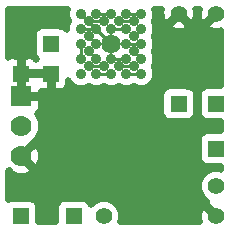
<source format=gbl>
G04 (created by PCBNEW (2013-07-07 BZR 4022)-stable) date 10/06/2015 20:15:53*
%MOIN*%
G04 Gerber Fmt 3.4, Leading zero omitted, Abs format*
%FSLAX34Y34*%
G01*
G70*
G90*
G04 APERTURE LIST*
%ADD10C,0.00590551*%
%ADD11R,0.055X0.055*%
%ADD12C,0.055*%
%ADD13C,0.07*%
%ADD14R,0.07X0.07*%
%ADD15C,0.065*%
%ADD16C,0.035*%
%ADD17C,0.01*%
%ADD18C,0.02*%
G04 APERTURE END LIST*
G54D10*
G54D11*
X41500Y-32000D03*
X35000Y-34250D03*
X36000Y-29500D03*
X36000Y-28500D03*
X35000Y-29500D03*
X36750Y-34250D03*
G54D12*
X37750Y-34250D03*
G54D11*
X40250Y-30500D03*
G54D12*
X40250Y-27500D03*
G54D11*
X41500Y-30500D03*
G54D12*
X41500Y-27500D03*
X41500Y-33250D03*
X41500Y-34250D03*
G54D13*
X35000Y-32250D03*
X35000Y-31250D03*
G54D14*
X35000Y-30250D03*
G54D15*
X38000Y-28500D03*
G54D16*
X37000Y-27500D03*
X37000Y-29500D03*
X37500Y-29500D03*
X38000Y-29500D03*
X38500Y-29500D03*
X39000Y-29500D03*
X38750Y-29250D03*
X38250Y-29250D03*
X37750Y-29250D03*
X37250Y-29250D03*
X37000Y-29000D03*
X37000Y-28500D03*
X37250Y-28250D03*
X37500Y-28500D03*
X37250Y-28750D03*
X37500Y-29000D03*
X38000Y-29000D03*
X38500Y-29000D03*
X39000Y-29000D03*
X38750Y-28750D03*
X38500Y-28500D03*
X39000Y-28500D03*
X38750Y-28250D03*
X39000Y-28000D03*
X38500Y-28000D03*
X38000Y-28000D03*
X37500Y-28000D03*
X37000Y-28000D03*
X37250Y-27750D03*
X37750Y-27750D03*
X38250Y-27750D03*
X38750Y-27750D03*
X39000Y-27500D03*
X38500Y-27500D03*
X38000Y-27500D03*
X37500Y-27500D03*
G54D17*
X38000Y-28500D02*
X37000Y-27500D01*
X38000Y-29500D02*
X37500Y-29500D01*
X39000Y-29500D02*
X38500Y-29500D01*
X38250Y-29250D02*
X38750Y-29250D01*
X37250Y-29250D02*
X37750Y-29250D01*
X37000Y-28500D02*
X37000Y-29000D01*
X37500Y-28500D02*
X37250Y-28250D01*
X37500Y-29000D02*
X37250Y-28750D01*
X38500Y-29000D02*
X38000Y-29000D01*
X38750Y-28750D02*
X39000Y-29000D01*
X39000Y-28500D02*
X38500Y-28500D01*
X39000Y-28000D02*
X38750Y-28250D01*
X38000Y-28000D02*
X38500Y-28000D01*
X37000Y-28000D02*
X37500Y-28000D01*
X37750Y-27750D02*
X37250Y-27750D01*
X38750Y-27750D02*
X38250Y-27750D01*
X38500Y-27500D02*
X39000Y-27500D01*
X37500Y-27500D02*
X38000Y-27500D01*
G54D10*
G36*
X41675Y-32700D02*
X41614Y-32675D01*
X41386Y-32674D01*
X41174Y-32762D01*
X41012Y-32923D01*
X40925Y-33135D01*
X40924Y-33363D01*
X41012Y-33575D01*
X41173Y-33737D01*
X41198Y-33747D01*
X41197Y-33748D01*
X41175Y-33854D01*
X41500Y-34179D01*
X41505Y-34173D01*
X41576Y-34244D01*
X41570Y-34250D01*
X41576Y-34255D01*
X41505Y-34326D01*
X41500Y-34320D01*
X41494Y-34326D01*
X41423Y-34255D01*
X41429Y-34250D01*
X41104Y-33925D01*
X40998Y-33947D01*
X40920Y-34162D01*
X40930Y-34390D01*
X40945Y-34425D01*
X40825Y-34425D01*
X40825Y-30715D01*
X40825Y-30165D01*
X40779Y-30055D01*
X40695Y-29970D01*
X40584Y-29925D01*
X40574Y-29925D01*
X40574Y-27895D01*
X40250Y-27570D01*
X39925Y-27895D01*
X39947Y-28001D01*
X40162Y-28079D01*
X40390Y-28069D01*
X40552Y-28001D01*
X40574Y-27895D01*
X40574Y-29925D01*
X40465Y-29924D01*
X39915Y-29924D01*
X39805Y-29970D01*
X39720Y-30054D01*
X39675Y-30165D01*
X39674Y-30284D01*
X39674Y-30834D01*
X39720Y-30944D01*
X39804Y-31029D01*
X39915Y-31074D01*
X40034Y-31075D01*
X40584Y-31075D01*
X40694Y-31029D01*
X40779Y-30945D01*
X40824Y-30834D01*
X40825Y-30715D01*
X40825Y-34425D01*
X38299Y-34425D01*
X38324Y-34364D01*
X38325Y-34136D01*
X38237Y-33924D01*
X38076Y-33762D01*
X37864Y-33675D01*
X37636Y-33674D01*
X37424Y-33762D01*
X37309Y-33877D01*
X37279Y-33805D01*
X37195Y-33720D01*
X37084Y-33675D01*
X36965Y-33674D01*
X36415Y-33674D01*
X36305Y-33720D01*
X36220Y-33804D01*
X36175Y-33915D01*
X36174Y-34034D01*
X36174Y-34425D01*
X35950Y-34425D01*
X35950Y-30000D01*
X35950Y-29550D01*
X35500Y-29550D01*
X35050Y-29550D01*
X35050Y-29675D01*
X35050Y-30000D01*
X35050Y-30200D01*
X35575Y-30200D01*
X35650Y-30125D01*
X35650Y-30068D01*
X35665Y-30075D01*
X35875Y-30075D01*
X35950Y-30000D01*
X35950Y-34425D01*
X35654Y-34425D01*
X35654Y-32355D01*
X35644Y-32097D01*
X35564Y-31902D01*
X35449Y-31871D01*
X35070Y-32250D01*
X35449Y-32628D01*
X35564Y-32597D01*
X35654Y-32355D01*
X35654Y-34425D01*
X35575Y-34425D01*
X35575Y-33915D01*
X35529Y-33805D01*
X35445Y-33720D01*
X35378Y-33693D01*
X35334Y-33675D01*
X35215Y-33674D01*
X34665Y-33674D01*
X34575Y-33712D01*
X34575Y-32745D01*
X34621Y-32699D01*
X34652Y-32814D01*
X34894Y-32904D01*
X35152Y-32894D01*
X35347Y-32814D01*
X35378Y-32699D01*
X35000Y-32320D01*
X34994Y-32326D01*
X34923Y-32255D01*
X34929Y-32250D01*
X34923Y-32244D01*
X34994Y-32173D01*
X35000Y-32179D01*
X35378Y-31800D01*
X35376Y-31792D01*
X35550Y-31618D01*
X35649Y-31379D01*
X35650Y-31121D01*
X35551Y-30882D01*
X35521Y-30852D01*
X35604Y-30770D01*
X35649Y-30659D01*
X35650Y-30540D01*
X35650Y-30375D01*
X35575Y-30300D01*
X35050Y-30300D01*
X35050Y-30307D01*
X34950Y-30307D01*
X34950Y-30300D01*
X34942Y-30300D01*
X34942Y-30200D01*
X34950Y-30200D01*
X34950Y-30000D01*
X34950Y-29675D01*
X34950Y-29550D01*
X34942Y-29550D01*
X34942Y-29450D01*
X34950Y-29450D01*
X34950Y-29000D01*
X34875Y-28925D01*
X34665Y-28924D01*
X34575Y-28962D01*
X34575Y-27325D01*
X36558Y-27325D01*
X36525Y-27405D01*
X36524Y-27594D01*
X36589Y-27750D01*
X36525Y-27905D01*
X36524Y-28050D01*
X36445Y-27970D01*
X36334Y-27925D01*
X36215Y-27924D01*
X35665Y-27924D01*
X35555Y-27970D01*
X35470Y-28054D01*
X35425Y-28165D01*
X35424Y-28284D01*
X35424Y-28834D01*
X35470Y-28944D01*
X35525Y-29000D01*
X35500Y-29025D01*
X35444Y-28970D01*
X35334Y-28924D01*
X35125Y-28925D01*
X35050Y-29000D01*
X35050Y-29450D01*
X35500Y-29450D01*
X35950Y-29450D01*
X35950Y-29442D01*
X36050Y-29442D01*
X36050Y-29450D01*
X36057Y-29450D01*
X36057Y-29550D01*
X36050Y-29550D01*
X36050Y-30000D01*
X36125Y-30075D01*
X36334Y-30075D01*
X36444Y-30029D01*
X36529Y-29945D01*
X36574Y-29834D01*
X36575Y-29715D01*
X36575Y-29715D01*
X36597Y-29768D01*
X36730Y-29902D01*
X36905Y-29974D01*
X37094Y-29975D01*
X37250Y-29910D01*
X37405Y-29974D01*
X37594Y-29975D01*
X37750Y-29910D01*
X37905Y-29974D01*
X38094Y-29975D01*
X38250Y-29910D01*
X38405Y-29974D01*
X38594Y-29975D01*
X38750Y-29910D01*
X38905Y-29974D01*
X39094Y-29975D01*
X39268Y-29902D01*
X39402Y-29769D01*
X39474Y-29594D01*
X39475Y-29405D01*
X39410Y-29249D01*
X39474Y-29094D01*
X39475Y-28905D01*
X39410Y-28749D01*
X39474Y-28594D01*
X39475Y-28405D01*
X39410Y-28249D01*
X39474Y-28094D01*
X39475Y-27905D01*
X39410Y-27749D01*
X39474Y-27594D01*
X39475Y-27405D01*
X39441Y-27325D01*
X39701Y-27325D01*
X39670Y-27412D01*
X39680Y-27640D01*
X39748Y-27802D01*
X39854Y-27824D01*
X40179Y-27500D01*
X40173Y-27494D01*
X40244Y-27423D01*
X40250Y-27429D01*
X40255Y-27423D01*
X40326Y-27494D01*
X40320Y-27500D01*
X40645Y-27824D01*
X40751Y-27802D01*
X40829Y-27587D01*
X40819Y-27359D01*
X40804Y-27325D01*
X40951Y-27325D01*
X40920Y-27412D01*
X40930Y-27640D01*
X40998Y-27802D01*
X41104Y-27824D01*
X41429Y-27500D01*
X41423Y-27494D01*
X41494Y-27423D01*
X41500Y-27429D01*
X41505Y-27423D01*
X41576Y-27494D01*
X41570Y-27500D01*
X41576Y-27505D01*
X41505Y-27576D01*
X41500Y-27570D01*
X41175Y-27895D01*
X41197Y-28001D01*
X41412Y-28079D01*
X41640Y-28069D01*
X41675Y-28054D01*
X41675Y-29924D01*
X41165Y-29924D01*
X41055Y-29970D01*
X40970Y-30054D01*
X40925Y-30165D01*
X40924Y-30284D01*
X40924Y-30834D01*
X40970Y-30944D01*
X41054Y-31029D01*
X41165Y-31074D01*
X41284Y-31075D01*
X41675Y-31075D01*
X41675Y-31424D01*
X41165Y-31424D01*
X41055Y-31470D01*
X40970Y-31554D01*
X40925Y-31665D01*
X40924Y-31784D01*
X40924Y-32334D01*
X40970Y-32444D01*
X41054Y-32529D01*
X41165Y-32574D01*
X41284Y-32575D01*
X41675Y-32575D01*
X41675Y-32700D01*
X41675Y-32700D01*
G37*
G54D18*
X41675Y-32700D02*
X41614Y-32675D01*
X41386Y-32674D01*
X41174Y-32762D01*
X41012Y-32923D01*
X40925Y-33135D01*
X40924Y-33363D01*
X41012Y-33575D01*
X41173Y-33737D01*
X41198Y-33747D01*
X41197Y-33748D01*
X41175Y-33854D01*
X41500Y-34179D01*
X41505Y-34173D01*
X41576Y-34244D01*
X41570Y-34250D01*
X41576Y-34255D01*
X41505Y-34326D01*
X41500Y-34320D01*
X41494Y-34326D01*
X41423Y-34255D01*
X41429Y-34250D01*
X41104Y-33925D01*
X40998Y-33947D01*
X40920Y-34162D01*
X40930Y-34390D01*
X40945Y-34425D01*
X40825Y-34425D01*
X40825Y-30715D01*
X40825Y-30165D01*
X40779Y-30055D01*
X40695Y-29970D01*
X40584Y-29925D01*
X40574Y-29925D01*
X40574Y-27895D01*
X40250Y-27570D01*
X39925Y-27895D01*
X39947Y-28001D01*
X40162Y-28079D01*
X40390Y-28069D01*
X40552Y-28001D01*
X40574Y-27895D01*
X40574Y-29925D01*
X40465Y-29924D01*
X39915Y-29924D01*
X39805Y-29970D01*
X39720Y-30054D01*
X39675Y-30165D01*
X39674Y-30284D01*
X39674Y-30834D01*
X39720Y-30944D01*
X39804Y-31029D01*
X39915Y-31074D01*
X40034Y-31075D01*
X40584Y-31075D01*
X40694Y-31029D01*
X40779Y-30945D01*
X40824Y-30834D01*
X40825Y-30715D01*
X40825Y-34425D01*
X38299Y-34425D01*
X38324Y-34364D01*
X38325Y-34136D01*
X38237Y-33924D01*
X38076Y-33762D01*
X37864Y-33675D01*
X37636Y-33674D01*
X37424Y-33762D01*
X37309Y-33877D01*
X37279Y-33805D01*
X37195Y-33720D01*
X37084Y-33675D01*
X36965Y-33674D01*
X36415Y-33674D01*
X36305Y-33720D01*
X36220Y-33804D01*
X36175Y-33915D01*
X36174Y-34034D01*
X36174Y-34425D01*
X35950Y-34425D01*
X35950Y-30000D01*
X35950Y-29550D01*
X35500Y-29550D01*
X35050Y-29550D01*
X35050Y-29675D01*
X35050Y-30000D01*
X35050Y-30200D01*
X35575Y-30200D01*
X35650Y-30125D01*
X35650Y-30068D01*
X35665Y-30075D01*
X35875Y-30075D01*
X35950Y-30000D01*
X35950Y-34425D01*
X35654Y-34425D01*
X35654Y-32355D01*
X35644Y-32097D01*
X35564Y-31902D01*
X35449Y-31871D01*
X35070Y-32250D01*
X35449Y-32628D01*
X35564Y-32597D01*
X35654Y-32355D01*
X35654Y-34425D01*
X35575Y-34425D01*
X35575Y-33915D01*
X35529Y-33805D01*
X35445Y-33720D01*
X35378Y-33693D01*
X35334Y-33675D01*
X35215Y-33674D01*
X34665Y-33674D01*
X34575Y-33712D01*
X34575Y-32745D01*
X34621Y-32699D01*
X34652Y-32814D01*
X34894Y-32904D01*
X35152Y-32894D01*
X35347Y-32814D01*
X35378Y-32699D01*
X35000Y-32320D01*
X34994Y-32326D01*
X34923Y-32255D01*
X34929Y-32250D01*
X34923Y-32244D01*
X34994Y-32173D01*
X35000Y-32179D01*
X35378Y-31800D01*
X35376Y-31792D01*
X35550Y-31618D01*
X35649Y-31379D01*
X35650Y-31121D01*
X35551Y-30882D01*
X35521Y-30852D01*
X35604Y-30770D01*
X35649Y-30659D01*
X35650Y-30540D01*
X35650Y-30375D01*
X35575Y-30300D01*
X35050Y-30300D01*
X35050Y-30307D01*
X34950Y-30307D01*
X34950Y-30300D01*
X34942Y-30300D01*
X34942Y-30200D01*
X34950Y-30200D01*
X34950Y-30000D01*
X34950Y-29675D01*
X34950Y-29550D01*
X34942Y-29550D01*
X34942Y-29450D01*
X34950Y-29450D01*
X34950Y-29000D01*
X34875Y-28925D01*
X34665Y-28924D01*
X34575Y-28962D01*
X34575Y-27325D01*
X36558Y-27325D01*
X36525Y-27405D01*
X36524Y-27594D01*
X36589Y-27750D01*
X36525Y-27905D01*
X36524Y-28050D01*
X36445Y-27970D01*
X36334Y-27925D01*
X36215Y-27924D01*
X35665Y-27924D01*
X35555Y-27970D01*
X35470Y-28054D01*
X35425Y-28165D01*
X35424Y-28284D01*
X35424Y-28834D01*
X35470Y-28944D01*
X35525Y-29000D01*
X35500Y-29025D01*
X35444Y-28970D01*
X35334Y-28924D01*
X35125Y-28925D01*
X35050Y-29000D01*
X35050Y-29450D01*
X35500Y-29450D01*
X35950Y-29450D01*
X35950Y-29442D01*
X36050Y-29442D01*
X36050Y-29450D01*
X36057Y-29450D01*
X36057Y-29550D01*
X36050Y-29550D01*
X36050Y-30000D01*
X36125Y-30075D01*
X36334Y-30075D01*
X36444Y-30029D01*
X36529Y-29945D01*
X36574Y-29834D01*
X36575Y-29715D01*
X36575Y-29715D01*
X36597Y-29768D01*
X36730Y-29902D01*
X36905Y-29974D01*
X37094Y-29975D01*
X37250Y-29910D01*
X37405Y-29974D01*
X37594Y-29975D01*
X37750Y-29910D01*
X37905Y-29974D01*
X38094Y-29975D01*
X38250Y-29910D01*
X38405Y-29974D01*
X38594Y-29975D01*
X38750Y-29910D01*
X38905Y-29974D01*
X39094Y-29975D01*
X39268Y-29902D01*
X39402Y-29769D01*
X39474Y-29594D01*
X39475Y-29405D01*
X39410Y-29249D01*
X39474Y-29094D01*
X39475Y-28905D01*
X39410Y-28749D01*
X39474Y-28594D01*
X39475Y-28405D01*
X39410Y-28249D01*
X39474Y-28094D01*
X39475Y-27905D01*
X39410Y-27749D01*
X39474Y-27594D01*
X39475Y-27405D01*
X39441Y-27325D01*
X39701Y-27325D01*
X39670Y-27412D01*
X39680Y-27640D01*
X39748Y-27802D01*
X39854Y-27824D01*
X40179Y-27500D01*
X40173Y-27494D01*
X40244Y-27423D01*
X40250Y-27429D01*
X40255Y-27423D01*
X40326Y-27494D01*
X40320Y-27500D01*
X40645Y-27824D01*
X40751Y-27802D01*
X40829Y-27587D01*
X40819Y-27359D01*
X40804Y-27325D01*
X40951Y-27325D01*
X40920Y-27412D01*
X40930Y-27640D01*
X40998Y-27802D01*
X41104Y-27824D01*
X41429Y-27500D01*
X41423Y-27494D01*
X41494Y-27423D01*
X41500Y-27429D01*
X41505Y-27423D01*
X41576Y-27494D01*
X41570Y-27500D01*
X41576Y-27505D01*
X41505Y-27576D01*
X41500Y-27570D01*
X41175Y-27895D01*
X41197Y-28001D01*
X41412Y-28079D01*
X41640Y-28069D01*
X41675Y-28054D01*
X41675Y-29924D01*
X41165Y-29924D01*
X41055Y-29970D01*
X40970Y-30054D01*
X40925Y-30165D01*
X40924Y-30284D01*
X40924Y-30834D01*
X40970Y-30944D01*
X41054Y-31029D01*
X41165Y-31074D01*
X41284Y-31075D01*
X41675Y-31075D01*
X41675Y-31424D01*
X41165Y-31424D01*
X41055Y-31470D01*
X40970Y-31554D01*
X40925Y-31665D01*
X40924Y-31784D01*
X40924Y-32334D01*
X40970Y-32444D01*
X41054Y-32529D01*
X41165Y-32574D01*
X41284Y-32575D01*
X41675Y-32575D01*
X41675Y-32700D01*
M02*

</source>
